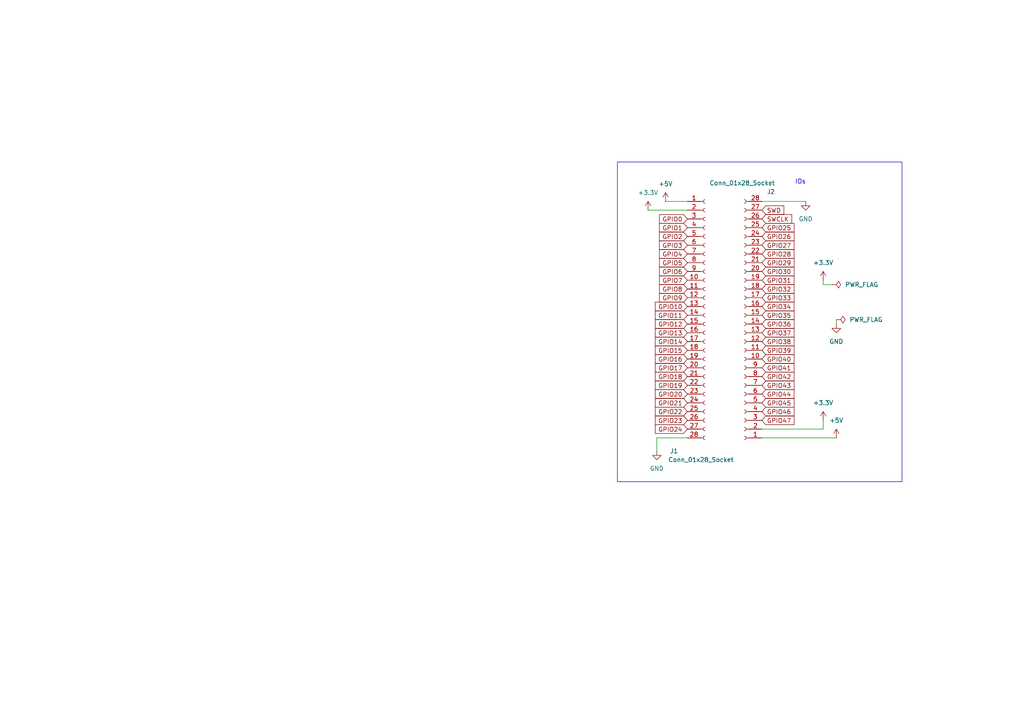
<source format=kicad_sch>
(kicad_sch (version 20250114) (generator "eeschema") (generator_version "9.0")
  (paper "A4")
  (lib_symbols
    (symbol "Connector:Conn_01x28_Socket" (pin_names (offset 1.016) (hide yes))
      (property "Reference" "J" (at 0 35.56 0))
      (property "Value" "Conn_01x28_Socket" (at 0 -38.1 0))
      (symbol "Conn_01x28_Socket_1_1"
        (polyline (pts (xy -1.27 33.02) (xy -0.508 33.02)) (stroke (width 0.1524)))
        (polyline (pts (xy -1.27 30.48) (xy -0.508 30.48)) (stroke (width 0.1524)))
        (polyline (pts (xy -1.27 27.94) (xy -0.508 27.94)) (stroke (width 0.1524)))
        (polyline (pts (xy -1.27 25.4) (xy -0.508 25.4)) (stroke (width 0.1524)))
        (polyline (pts (xy -1.27 22.86) (xy -0.508 22.86)) (stroke (width 0.1524)))
        (polyline (pts (xy -1.27 20.32) (xy -0.508 20.32)) (stroke (width 0.1524)))
        (polyline (pts (xy -1.27 17.78) (xy -0.508 17.78)) (stroke (width 0.1524)))
        (polyline (pts (xy -1.27 15.24) (xy -0.508 15.24)) (stroke (width 0.1524)))
        (polyline (pts (xy -1.27 12.7) (xy -0.508 12.7)) (stroke (width 0.1524)))
        (polyline (pts (xy -1.27 10.16) (xy -0.508 10.16)) (stroke (width 0.1524)))
        (polyline (pts (xy -1.27 7.62) (xy -0.508 7.62)) (stroke (width 0.1524)))
        (polyline (pts (xy -1.27 5.08) (xy -0.508 5.08)) (stroke (width 0.1524)))
        (polyline (pts (xy -1.27 2.54) (xy -0.508 2.54)) (stroke (width 0.1524)))
        (polyline (pts (xy -1.27 0) (xy -0.508 0)) (stroke (width 0.1524)))
        (polyline (pts (xy -1.27 -2.54) (xy -0.508 -2.54)) (stroke (width 0.1524)))
        (polyline (pts (xy -1.27 -5.08) (xy -0.508 -5.08)) (stroke (width 0.1524)))
        (polyline (pts (xy -1.27 -7.62) (xy -0.508 -7.62)) (stroke (width 0.1524)))
        (polyline (pts (xy -1.27 -10.16) (xy -0.508 -10.16)) (stroke (width 0.1524)))
        (polyline (pts (xy -1.27 -12.7) (xy -0.508 -12.7)) (stroke (width 0.1524)))
        (polyline (pts (xy -1.27 -15.24) (xy -0.508 -15.24)) (stroke (width 0.1524)))
        (polyline (pts (xy -1.27 -17.78) (xy -0.508 -17.78)) (stroke (width 0.1524)))
        (polyline (pts (xy -1.27 -20.32) (xy -0.508 -20.32)) (stroke (width 0.1524)))
        (polyline (pts (xy -1.27 -22.86) (xy -0.508 -22.86)) (stroke (width 0.1524)))
        (polyline (pts (xy -1.27 -25.4) (xy -0.508 -25.4)) (stroke (width 0.1524)))
        (polyline (pts (xy -1.27 -27.94) (xy -0.508 -27.94)) (stroke (width 0.1524)))
        (polyline (pts (xy -1.27 -30.48) (xy -0.508 -30.48)) (stroke (width 0.1524)))
        (polyline (pts (xy -1.27 -33.02) (xy -0.508 -33.02)) (stroke (width 0.1524)))
        (polyline (pts (xy -1.27 -35.56) (xy -0.508 -35.56)) (stroke (width 0.1524)))
        (arc (start 0 32.512) (mid -0.5058 33.02) (end 0 33.528) (stroke (width 0.1524)))
        (arc (start 0 29.972) (mid -0.5058 30.48) (end 0 30.988) (stroke (width 0.1524)))
        (arc (start 0 27.432) (mid -0.5058 27.94) (end 0 28.448) (stroke (width 0.1524)))
        (arc (start 0 24.892) (mid -0.5058 25.4) (end 0 25.908) (stroke (width 0.1524)))
        (arc (start 0 22.352) (mid -0.5058 22.86) (end 0 23.368) (stroke (width 0.1524)))
        (arc (start 0 19.812) (mid -0.5058 20.32) (end 0 20.828) (stroke (width 0.1524)))
        (arc (start 0 17.272) (mid -0.5058 17.78) (end 0 18.288) (stroke (width 0.1524)))
        (arc (start 0 14.732) (mid -0.5058 15.24) (end 0 15.748) (stroke (width 0.1524)))
        (arc (start 0 12.192) (mid -0.5058 12.7) (end 0 13.208) (stroke (width 0.1524)))
        (arc (start 0 9.652) (mid -0.5058 10.16) (end 0 10.668) (stroke (width 0.1524)))
        (arc (start 0 7.112) (mid -0.5058 7.62) (end 0 8.128) (stroke (width 0.1524)))
        (arc (start 0 4.572) (mid -0.5058 5.08) (end 0 5.588) (stroke (width 0.1524)))
        (arc (start 0 2.032) (mid -0.5058 2.54) (end 0 3.048) (stroke (width 0.1524)))
        (arc (start 0 -0.508) (mid -0.5058 0) (end 0 0.508) (stroke (width 0.1524)))
        (arc (start 0 -3.048) (mid -0.5058 -2.54) (end 0 -2.032) (stroke (width 0.1524)))
        (arc (start 0 -5.588) (mid -0.5058 -5.08) (end 0 -4.572) (stroke (width 0.1524)))
        (arc (start 0 -8.128) (mid -0.5058 -7.62) (end 0 -7.112) (stroke (width 0.1524)))
        (arc (start 0 -10.668) (mid -0.5058 -10.16) (end 0 -9.652) (stroke (width 0.1524)))
        (arc (start 0 -13.208) (mid -0.5058 -12.7) (end 0 -12.192) (stroke (width 0.1524)))
        (arc (start 0 -15.748) (mid -0.5058 -15.24) (end 0 -14.732) (stroke (width 0.1524)))
        (arc (start 0 -18.288) (mid -0.5058 -17.78) (end 0 -17.272) (stroke (width 0.1524)))
        (arc (start 0 -20.828) (mid -0.5058 -20.32) (end 0 -19.812) (stroke (width 0.1524)))
        (arc (start 0 -23.368) (mid -0.5058 -22.86) (end 0 -22.352) (stroke (width 0.1524)))
        (arc (start 0 -25.908) (mid -0.5058 -25.4) (end 0 -24.892) (stroke (width 0.1524)))
        (arc (start 0 -28.448) (mid -0.5058 -27.94) (end 0 -27.432) (stroke (width 0.1524)))
        (arc (start 0 -30.988) (mid -0.5058 -30.48) (end 0 -29.972) (stroke (width 0.1524)))
        (arc (start 0 -33.528) (mid -0.5058 -33.02) (end 0 -32.512) (stroke (width 0.1524)))
        (arc (start 0 -36.068) (mid -0.5058 -35.56) (end 0 -35.052) (stroke (width 0.1524)))
        (pin passive line (at -5.08 33.02 0) (length 3.81) (name "Pin_1") (number "1"))
        (pin passive line (at -5.08 30.48 0) (length 3.81) (name "Pin_2") (number "2"))
        (pin passive line (at -5.08 27.94 0) (length 3.81) (name "Pin_3") (number "3"))
        (pin passive line (at -5.08 25.4 0) (length 3.81) (name "Pin_4") (number "4"))
        (pin passive line (at -5.08 22.86 0) (length 3.81) (name "Pin_5") (number "5"))
        (pin passive line (at -5.08 20.32 0) (length 3.81) (name "Pin_6") (number "6"))
        (pin passive line (at -5.08 17.78 0) (length 3.81) (name "Pin_7") (number "7"))
        (pin passive line (at -5.08 15.24 0) (length 3.81) (name "Pin_8") (number "8"))
        (pin passive line (at -5.08 12.7 0) (length 3.81) (name "Pin_9") (number "9"))
        (pin passive line (at -5.08 10.16 0) (length 3.81) (name "Pin_10") (number "10"))
        (pin passive line (at -5.08 7.62 0) (length 3.81) (name "Pin_11") (number "11"))
        (pin passive line (at -5.08 5.08 0) (length 3.81) (name "Pin_12") (number "12"))
        (pin passive line (at -5.08 2.54 0) (length 3.81) (name "Pin_13") (number "13"))
        (pin passive line (at -5.08 0 0) (length 3.81) (name "Pin_14") (number "14"))
        (pin passive line (at -5.08 -2.54 0) (length 3.81) (name "Pin_15") (number "15"))
        (pin passive line (at -5.08 -5.08 0) (length 3.81) (name "Pin_16") (number "16"))
        (pin passive line (at -5.08 -7.62 0) (length 3.81) (name "Pin_17") (number "17"))
        (pin passive line (at -5.08 -10.16 0) (length 3.81) (name "Pin_18") (number "18"))
        (pin passive line (at -5.08 -12.7 0) (length 3.81) (name "Pin_19") (number "19"))
        (pin passive line (at -5.08 -15.24 0) (length 3.81) (name "Pin_20") (number "20"))
        (pin passive line (at -5.08 -17.78 0) (length 3.81) (name "Pin_21") (number "21"))
        (pin passive line (at -5.08 -20.32 0) (length 3.81) (name "Pin_22") (number "22"))
        (pin passive line (at -5.08 -22.86 0) (length 3.81) (name "Pin_23") (number "23"))
        (pin passive line (at -5.08 -25.4 0) (length 3.81) (name "Pin_24") (number "24"))
        (pin passive line (at -5.08 -27.94 0) (length 3.81) (name "Pin_25") (number "25"))
        (pin passive line (at -5.08 -30.48 0) (length 3.81) (name "Pin_26") (number "26"))
        (pin passive line (at -5.08 -33.02 0) (length 3.81) (name "Pin_27") (number "27"))
        (pin passive line (at -5.08 -35.56 0) (length 3.81) (name "Pin_28") (number "28"))
      )
    )
    (symbol "power:+3.3V" (power) (pin_numbers (hide yes)) (pin_names (offset 0) (hide yes))
      (property "Value" "+3.3V" (at 0 3.556 0))
      (symbol "+3.3V_0_1"
        (polyline (pts (xy -0.762 1.27) (xy 0 2.54)))
        (polyline (pts (xy 0 2.54) (xy 0.762 1.27)))
        (polyline (pts (xy 0 0) (xy 0 2.54)))
      )
      (symbol "+3.3V_1_1"
        (pin power_in line (at 0 0 90) (length 0) (name "~") (number "1"))
      )
    )
    (symbol "power:+5V" (power) (pin_numbers (hide yes)) (pin_names (offset 0) (hide yes))
      (property "Value" "+5V" (at 0 3.556 0))
      (symbol "+5V_0_1"
        (polyline (pts (xy -0.762 1.27) (xy 0 2.54)))
        (polyline (pts (xy 0 2.54) (xy 0.762 1.27)))
        (polyline (pts (xy 0 0) (xy 0 2.54)))
      )
      (symbol "+5V_1_1"
        (pin power_in line (at 0 0 90) (length 0) (name "~") (number "1"))
      )
    )
    (symbol "power:GND" (power) (pin_numbers (hide yes)) (pin_names (offset 0) (hide yes))
      (property "Value" "GND" (at 0 -3.81 0))
      (symbol "GND_0_1"
        (polyline (pts (xy 0 0) (xy 0 -1.27) (xy 1.27 -1.27) (xy 0 -2.54) (xy -1.27 -1.27) (xy 0 -1.27)))
      )
      (symbol "GND_1_1"
        (pin power_in line (at 0 0 270) (length 0) (name "~") (number "1"))
      )
    )
    (symbol "power:PWR_FLAG" (power) (pin_numbers (hide yes)) (pin_names (offset 0) (hide yes))
      (property "Value" "PWR_FLAG" (at 0 3.81 0))
      (symbol "PWR_FLAG_0_0"
        (pin power_out line (at 0 0 90) (length 0) (name "~") (number "1"))
      )
      (symbol "PWR_FLAG_0_1"
        (polyline (pts (xy 0 0) (xy 0 1.27) (xy -1.016 1.905) (xy 0 2.54) (xy 1.016 1.905) (xy 0 1.27)))
      )
    )
  )
  (rectangle (start 179.07 46.99) (end 261.62 139.7))
  (text "IOs" (at 232.156 52.832 0) (effects (font (size 1.27 1.27))))
  (wire (pts (xy 242.57 92.71) (xy 242.57 93.98)))
  (wire (pts (xy 220.98 124.46) (xy 238.76 124.46)))
  (wire (pts (xy 187.96 60.96) (xy 199.39 60.96)))
  (wire (pts (xy 220.98 58.42) (xy 233.68 58.42)))
  (wire (pts (xy 220.98 127) (xy 242.57 127)))
  (wire (pts (xy 199.39 127) (xy 190.5 127)))
  (wire (pts (xy 238.76 82.55) (xy 241.3 82.55)))
  (wire (pts (xy 190.5 127) (xy 190.5 130.81)))
  (wire (pts (xy 193.04 58.42) (xy 199.39 58.42)))
  (wire (pts (xy 238.76 124.46) (xy 238.76 121.92)))
  (wire (pts (xy 238.76 81.28) (xy 238.76 82.55)))
  (global_label "GPIO28" (shape input) (at 220.98 73.66 0) (property "Intersheetrefs" "${INTERSHEET_REFS}" (effects (hide yes))))
  (global_label "SWD" (shape input) (at 220.98 60.96 0) (property "Intersheetrefs" "${INTERSHEET_REFS}" (effects (hide yes))))
  (global_label "GPIO24" (shape input) (at 199.39 124.46 180) (property "Intersheetrefs" "${INTERSHEET_REFS}" (effects (hide yes))))
  (global_label "GPIO47" (shape input) (at 220.98 121.92 0) (property "Intersheetrefs" "${INTERSHEET_REFS}" (effects (hide yes))))
  (global_label "GPIO14" (shape input) (at 199.39 99.06 180) (property "Intersheetrefs" "${INTERSHEET_REFS}" (effects (hide yes))))
  (global_label "GPIO8" (shape input) (at 199.39 83.82 180) (property "Intersheetrefs" "${INTERSHEET_REFS}" (effects (hide yes))))
  (global_label "GPIO27" (shape input) (at 220.98 71.12 0) (property "Intersheetrefs" "${INTERSHEET_REFS}" (effects (hide yes))))
  (global_label "GPIO1" (shape input) (at 199.39 66.04 180) (property "Intersheetrefs" "${INTERSHEET_REFS}" (effects (hide yes))))
  (global_label "GPIO6" (shape input) (at 199.39 78.74 180) (property "Intersheetrefs" "${INTERSHEET_REFS}" (effects (hide yes))))
  (global_label "GPIO42" (shape input) (at 220.98 109.22 0) (property "Intersheetrefs" "${INTERSHEET_REFS}" (effects (hide yes))))
  (global_label "GPIO15" (shape input) (at 199.39 101.6 180) (property "Intersheetrefs" "${INTERSHEET_REFS}" (effects (hide yes))))
  (global_label "GPIO23" (shape input) (at 199.39 121.92 180) (property "Intersheetrefs" "${INTERSHEET_REFS}" (effects (hide yes))))
  (global_label "GPIO21" (shape input) (at 199.39 116.84 180) (property "Intersheetrefs" "${INTERSHEET_REFS}" (effects (hide yes))))
  (global_label "GPIO10" (shape input) (at 199.39 88.9 180) (property "Intersheetrefs" "${INTERSHEET_REFS}" (effects (hide yes))))
  (global_label "GPIO25" (shape input) (at 220.98 66.04 0) (property "Intersheetrefs" "${INTERSHEET_REFS}" (effects (hide yes))))
  (global_label "GPIO0" (shape input) (at 199.39 63.5 180) (property "Intersheetrefs" "${INTERSHEET_REFS}" (effects (hide yes))))
  (global_label "GPIO46" (shape input) (at 220.98 119.38 0) (property "Intersheetrefs" "${INTERSHEET_REFS}" (effects (hide yes))))
  (global_label "GPIO34" (shape input) (at 220.98 88.9 0) (property "Intersheetrefs" "${INTERSHEET_REFS}" (effects (hide yes))))
  (global_label "GPIO38" (shape input) (at 220.98 99.06 0) (property "Intersheetrefs" "${INTERSHEET_REFS}" (effects (hide yes))))
  (global_label "GPIO12" (shape input) (at 199.39 93.98 180) (property "Intersheetrefs" "${INTERSHEET_REFS}" (effects (hide yes))))
  (global_label "GPIO2" (shape input) (at 199.39 68.58 180) (property "Intersheetrefs" "${INTERSHEET_REFS}" (effects (hide yes))))
  (global_label "GPIO16" (shape input) (at 199.39 104.14 180) (property "Intersheetrefs" "${INTERSHEET_REFS}" (effects (hide yes))))
  (global_label "GPIO31" (shape input) (at 220.98 81.28 0) (property "Intersheetrefs" "${INTERSHEET_REFS}" (effects (hide yes))))
  (global_label "GPIO43" (shape input) (at 220.98 111.76 0) (property "Intersheetrefs" "${INTERSHEET_REFS}" (effects (hide yes))))
  (global_label "GPIO7" (shape input) (at 199.39 81.28 180) (property "Intersheetrefs" "${INTERSHEET_REFS}" (effects (hide yes))))
  (global_label "GPIO17" (shape input) (at 199.39 106.68 180) (property "Intersheetrefs" "${INTERSHEET_REFS}" (effects (hide yes))))
  (global_label "GPIO35" (shape input) (at 220.98 91.44 0) (property "Intersheetrefs" "${INTERSHEET_REFS}" (effects (hide yes))))
  (global_label "GPIO4" (shape input) (at 199.39 73.66 180) (property "Intersheetrefs" "${INTERSHEET_REFS}" (effects (hide yes))))
  (global_label "GPIO18" (shape input) (at 199.39 109.22 180) (property "Intersheetrefs" "${INTERSHEET_REFS}" (effects (hide yes))))
  (global_label "GPIO29" (shape input) (at 220.98 76.2 0) (property "Intersheetrefs" "${INTERSHEET_REFS}" (effects (hide yes))))
  (global_label "GPIO33" (shape input) (at 220.98 86.36 0) (property "Intersheetrefs" "${INTERSHEET_REFS}" (effects (hide yes))))
  (global_label "SWCLK" (shape input) (at 220.98 63.5 0) (property "Intersheetrefs" "${INTERSHEET_REFS}" (effects (hide yes))))
  (global_label "GPIO30" (shape input) (at 220.98 78.74 0) (property "Intersheetrefs" "${INTERSHEET_REFS}" (effects (hide yes))))
  (global_label "GPIO13" (shape input) (at 199.39 96.52 180) (property "Intersheetrefs" "${INTERSHEET_REFS}" (effects (hide yes))))
  (global_label "GPIO26" (shape input) (at 220.98 68.58 0) (property "Intersheetrefs" "${INTERSHEET_REFS}" (effects (hide yes))))
  (global_label "GPIO11" (shape input) (at 199.39 91.44 180) (property "Intersheetrefs" "${INTERSHEET_REFS}" (effects (hide yes))))
  (global_label "GPIO40" (shape input) (at 220.98 104.14 0) (property "Intersheetrefs" "${INTERSHEET_REFS}" (effects (hide yes))))
  (global_label "GPIO37" (shape input) (at 220.98 96.52 0) (property "Intersheetrefs" "${INTERSHEET_REFS}" (effects (hide yes))))
  (global_label "GPIO36" (shape input) (at 220.98 93.98 0) (property "Intersheetrefs" "${INTERSHEET_REFS}" (effects (hide yes))))
  (global_label "GPIO19" (shape input) (at 199.39 111.76 180) (property "Intersheetrefs" "${INTERSHEET_REFS}" (effects (hide yes))))
  (global_label "GPIO39" (shape input) (at 220.98 101.6 0) (property "Intersheetrefs" "${INTERSHEET_REFS}" (effects (hide yes))))
  (global_label "GPIO9" (shape input) (at 199.39 86.36 180) (property "Intersheetrefs" "${INTERSHEET_REFS}" (effects (hide yes))))
  (global_label "GPIO3" (shape input) (at 199.39 71.12 180) (property "Intersheetrefs" "${INTERSHEET_REFS}" (effects (hide yes))))
  (global_label "GPIO5" (shape input) (at 199.39 76.2 180) (property "Intersheetrefs" "${INTERSHEET_REFS}" (effects (hide yes))))
  (global_label "GPIO44" (shape input) (at 220.98 114.3 0) (property "Intersheetrefs" "${INTERSHEET_REFS}" (effects (hide yes))))
  (global_label "GPIO41" (shape input) (at 220.98 106.68 0) (property "Intersheetrefs" "${INTERSHEET_REFS}" (effects (hide yes))))
  (global_label "GPIO20" (shape input) (at 199.39 114.3 180) (property "Intersheetrefs" "${INTERSHEET_REFS}" (effects (hide yes))))
  (global_label "GPIO32" (shape input) (at 220.98 83.82 0) (property "Intersheetrefs" "${INTERSHEET_REFS}" (effects (hide yes))))
  (global_label "GPIO22" (shape input) (at 199.39 119.38 180) (property "Intersheetrefs" "${INTERSHEET_REFS}" (effects (hide yes))))
  (global_label "GPIO45" (shape input) (at 220.98 116.84 0) (property "Intersheetrefs" "${INTERSHEET_REFS}" (effects (hide yes))))
  (symbol (lib_id "power:PWR_FLAG") (at 241.3 82.55 270) (unit 1)
    (property "Reference" "#FLG01" (effects (hide yes)))
    (property "Value" "PWR_FLAG" (at 245.11 82.5499 90) (effects (justify left)))
    (property "Description" "Special symbol for telling ERC where power comes from" (effects (hide yes)))
  )
  (symbol (lib_id "power:+3.3V") (at 238.76 81.28 0) (unit 1)
    (property "Reference" "#PWR03" (effects (hide yes)))
    (property "Value" "+3.3V" (at 238.76 76.2 0))
    (property "Description" "Power symbol creates a global label with name \"+3.3V\"" (effects (hide yes)))
  )
  (symbol (lib_id "power:+3.3V") (at 238.76 121.92 0) (unit 1)
    (property "Reference" "#PWR07" (effects (hide yes)))
    (property "Value" "+3.3V" (at 238.76 116.84 0))
    (property "Description" "Power symbol creates a global label with name \"+3.3V\"" (effects (hide yes)))
  )
  (symbol (lib_id "power:GND") (at 190.5 130.81 0) (unit 1)
    (property "Reference" "#PWR05" (effects (hide yes)))
    (property "Value" "GND" (at 190.5 135.89 0))
    (property "Description" "Power symbol creates a global label with name \"GND\" , ground" (effects (hide yes)))
  )
  (symbol (lib_id "power:GND") (at 242.57 93.98 0) (unit 1)
    (property "Reference" "#PWR04" (effects (hide yes)))
    (property "Value" "GND" (at 242.57 99.06 0))
    (property "Description" "Power symbol creates a global label with name \"GND\" , ground" (effects (hide yes)))
  )
  (symbol (lib_id "power:PWR_FLAG") (at 242.57 92.71 270) (unit 1)
    (property "Reference" "#FLG02" (effects (hide yes)))
    (property "Value" "PWR_FLAG" (at 246.38 92.7099 90) (effects (justify left)))
    (property "Description" "Special symbol for telling ERC where power comes from" (effects (hide yes)))
  )
  (symbol (lib_id "Connector:Conn_01x28_Socket") (at 204.47 91.44 0) (unit 1)
    (property "Reference" "J1" (at 194.31 130.81 0) (effects (justify left)))
    (property "Value" "Conn_01x28_Socket" (at 193.802 133.35 0) (effects (justify left)))
    (property "Description" "Generic connector, single row, 01x28, script generated" (effects (hide yes)))
  )
  (symbol (lib_id "power:+3.3V") (at 187.96 60.96 0) (unit 1)
    (property "Reference" "#PWR02" (effects (hide yes)))
    (property "Value" "+3.3V" (at 187.96 55.88 0))
    (property "Description" "Power symbol creates a global label with name \"+3.3V\"" (effects (hide yes)))
  )
  (symbol (lib_id "Connector:Conn_01x28_Socket") (at 215.9 93.98 180) (unit 1)
    (property "Reference" "J2" (at 224.79 55.626 0) (effects (justify left)))
    (property "Value" "Conn_01x28_Socket" (at 224.79 53.086 0) (effects (justify left)))
    (property "Description" "Generic connector, single row, 01x28, script generated" (effects (hide yes)))
  )
  (symbol (lib_id "power:+5V") (at 242.57 127 0) (unit 1)
    (property "Reference" "#PWR08" (effects (hide yes)))
    (property "Value" "+5V" (at 242.57 121.92 0))
    (property "Description" "Power symbol creates a global label with name \"+5V\"" (effects (hide yes)))
  )
  (symbol (lib_id "power:GND") (at 233.68 58.42 0) (unit 1)
    (property "Reference" "#PWR06" (effects (hide yes)))
    (property "Value" "GND" (at 233.68 63.5 0))
    (property "Description" "Power symbol creates a global label with name \"GND\" , ground" (effects (hide yes)))
  )
  (symbol (lib_id "power:+5V") (at 193.04 58.42 0) (unit 1)
    (property "Reference" "#PWR01" (effects (hide yes)))
    (property "Value" "+5V" (at 193.04 53.34 0))
    (property "Description" "Power symbol creates a global label with name \"+5V\"" (effects (hide yes)))
  )
)
</source>
